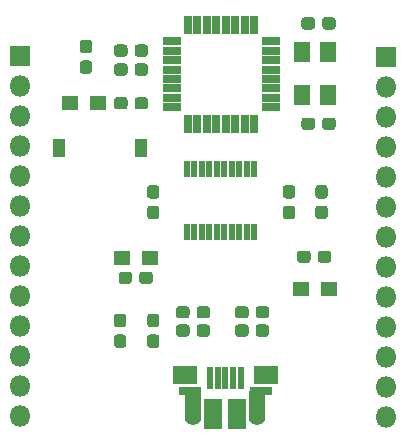
<source format=gbr>
%TF.GenerationSoftware,KiCad,Pcbnew,(5.1.6)-1*%
%TF.CreationDate,2020-07-15T03:05:11-04:00*%
%TF.ProjectId,Arduino Rev 2,41726475-696e-46f2-9052-657620322e6b,rev?*%
%TF.SameCoordinates,Original*%
%TF.FileFunction,Soldermask,Top*%
%TF.FilePolarity,Negative*%
%FSLAX46Y46*%
G04 Gerber Fmt 4.6, Leading zero omitted, Abs format (unit mm)*
G04 Created by KiCad (PCBNEW (5.1.6)-1) date 2020-07-15 03:05:11*
%MOMM*%
%LPD*%
G01*
G04 APERTURE LIST*
%ADD10O,1.800000X1.800000*%
%ADD11R,1.800000X1.800000*%
%ADD12R,1.350000X1.700000*%
%ADD13R,0.550000X1.350000*%
%ADD14R,0.650000X1.600000*%
%ADD15R,1.600000X0.650000*%
%ADD16R,1.100000X1.500000*%
%ADD17R,1.525000X2.600000*%
%ADD18R,1.925000X0.800000*%
%ADD19O,1.400000X3.250000*%
%ADD20R,0.500000X1.850000*%
%ADD21R,2.100000X1.500000*%
%ADD22R,1.350000X1.200000*%
G04 APERTURE END LIST*
D10*
%TO.C,J602*%
X145250000Y-133730000D03*
X145250000Y-131190000D03*
X145250000Y-128650000D03*
X145250000Y-126110000D03*
X145250000Y-123570000D03*
X145250000Y-121030000D03*
X145250000Y-118490000D03*
X145250000Y-115950000D03*
X145250000Y-113410000D03*
X145250000Y-110870000D03*
X145250000Y-108330000D03*
X145250000Y-105790000D03*
D11*
X145250000Y-103250000D03*
%TD*%
D10*
%TO.C,J601*%
X176250000Y-133790000D03*
X176250000Y-131250000D03*
X176250000Y-128710000D03*
X176250000Y-126170000D03*
X176250000Y-123630000D03*
X176250000Y-121090000D03*
X176250000Y-118550000D03*
X176250000Y-116010000D03*
X176250000Y-113470000D03*
X176250000Y-110930000D03*
X176250000Y-108390000D03*
X176250000Y-105850000D03*
D11*
X176250000Y-103310000D03*
%TD*%
%TO.C,C406*%
G36*
G01*
X156237500Y-115925000D02*
X156762500Y-115925000D01*
G75*
G02*
X157025000Y-116187500I0J-262500D01*
G01*
X157025000Y-116812500D01*
G75*
G02*
X156762500Y-117075000I-262500J0D01*
G01*
X156237500Y-117075000D01*
G75*
G02*
X155975000Y-116812500I0J262500D01*
G01*
X155975000Y-116187500D01*
G75*
G02*
X156237500Y-115925000I262500J0D01*
G01*
G37*
G36*
G01*
X156237500Y-114175000D02*
X156762500Y-114175000D01*
G75*
G02*
X157025000Y-114437500I0J-262500D01*
G01*
X157025000Y-115062500D01*
G75*
G02*
X156762500Y-115325000I-262500J0D01*
G01*
X156237500Y-115325000D01*
G75*
G02*
X155975000Y-115062500I0J262500D01*
G01*
X155975000Y-114437500D01*
G75*
G02*
X156237500Y-114175000I262500J0D01*
G01*
G37*
%TD*%
%TO.C,C202*%
G36*
G01*
X154325000Y-104137500D02*
X154325000Y-104662500D01*
G75*
G02*
X154062500Y-104925000I-262500J0D01*
G01*
X153437500Y-104925000D01*
G75*
G02*
X153175000Y-104662500I0J262500D01*
G01*
X153175000Y-104137500D01*
G75*
G02*
X153437500Y-103875000I262500J0D01*
G01*
X154062500Y-103875000D01*
G75*
G02*
X154325000Y-104137500I0J-262500D01*
G01*
G37*
G36*
G01*
X156075000Y-104137500D02*
X156075000Y-104662500D01*
G75*
G02*
X155812500Y-104925000I-262500J0D01*
G01*
X155187500Y-104925000D01*
G75*
G02*
X154925000Y-104662500I0J262500D01*
G01*
X154925000Y-104137500D01*
G75*
G02*
X155187500Y-103875000I262500J0D01*
G01*
X155812500Y-103875000D01*
G75*
G02*
X156075000Y-104137500I0J-262500D01*
G01*
G37*
%TD*%
%TO.C,C201*%
G36*
G01*
X154925000Y-103062500D02*
X154925000Y-102537500D01*
G75*
G02*
X155187500Y-102275000I262500J0D01*
G01*
X155812500Y-102275000D01*
G75*
G02*
X156075000Y-102537500I0J-262500D01*
G01*
X156075000Y-103062500D01*
G75*
G02*
X155812500Y-103325000I-262500J0D01*
G01*
X155187500Y-103325000D01*
G75*
G02*
X154925000Y-103062500I0J262500D01*
G01*
G37*
G36*
G01*
X153175000Y-103062500D02*
X153175000Y-102537500D01*
G75*
G02*
X153437500Y-102275000I262500J0D01*
G01*
X154062500Y-102275000D01*
G75*
G02*
X154325000Y-102537500I0J-262500D01*
G01*
X154325000Y-103062500D01*
G75*
G02*
X154062500Y-103325000I-262500J0D01*
G01*
X153437500Y-103325000D01*
G75*
G02*
X153175000Y-103062500I0J262500D01*
G01*
G37*
%TD*%
D12*
%TO.C,Y301*%
X169080000Y-106590000D03*
X169080000Y-102890000D03*
X171280000Y-102890000D03*
X171280000Y-106590000D03*
%TD*%
D13*
%TO.C,U401*%
X159320000Y-112800000D03*
X159955000Y-112800000D03*
X160590000Y-112800000D03*
X161225000Y-112800000D03*
X165035000Y-112800000D03*
X164400000Y-112800000D03*
X163765000Y-112800000D03*
X163130000Y-112800000D03*
X162495000Y-112800000D03*
X161860000Y-112800000D03*
X165035000Y-118159400D03*
X164400000Y-118159400D03*
X163765000Y-118159400D03*
X163130000Y-118159400D03*
X159320000Y-118159400D03*
X159955000Y-118159400D03*
X160590000Y-118159400D03*
X161225000Y-118159400D03*
X161860000Y-118159400D03*
X162495000Y-118159400D03*
%TD*%
D14*
%TO.C,U201*%
X165050000Y-109000000D03*
X164250000Y-109000000D03*
X163450000Y-109000000D03*
X162650000Y-109000000D03*
X161850000Y-109000000D03*
X161050000Y-109000000D03*
X160250000Y-109000000D03*
X159450000Y-109000000D03*
D15*
X158050000Y-107600000D03*
X158050000Y-106800000D03*
X158050000Y-106000000D03*
X158050000Y-105200000D03*
X158050000Y-104400000D03*
X158050000Y-103600000D03*
X158050000Y-102800000D03*
X158050000Y-102000000D03*
D14*
X159450000Y-100600000D03*
X160250000Y-100600000D03*
X161050000Y-100600000D03*
X161850000Y-100600000D03*
X162650000Y-100600000D03*
X163450000Y-100600000D03*
X164250000Y-100600000D03*
D15*
X166450000Y-102000000D03*
X166450000Y-102800000D03*
X166450000Y-103600000D03*
X166450000Y-104400000D03*
X166450000Y-105200000D03*
X166450000Y-106000000D03*
X166450000Y-106800000D03*
X166450000Y-107600000D03*
D14*
X165050000Y-100600000D03*
%TD*%
D16*
%TO.C,S501*%
X155500000Y-111000000D03*
X148500000Y-111000000D03*
%TD*%
%TO.C,R501*%
G36*
G01*
X154925000Y-107512500D02*
X154925000Y-106987500D01*
G75*
G02*
X155187500Y-106725000I262500J0D01*
G01*
X155812500Y-106725000D01*
G75*
G02*
X156075000Y-106987500I0J-262500D01*
G01*
X156075000Y-107512500D01*
G75*
G02*
X155812500Y-107775000I-262500J0D01*
G01*
X155187500Y-107775000D01*
G75*
G02*
X154925000Y-107512500I0J262500D01*
G01*
G37*
G36*
G01*
X153175000Y-107512500D02*
X153175000Y-106987500D01*
G75*
G02*
X153437500Y-106725000I262500J0D01*
G01*
X154062500Y-106725000D01*
G75*
G02*
X154325000Y-106987500I0J-262500D01*
G01*
X154325000Y-107512500D01*
G75*
G02*
X154062500Y-107775000I-262500J0D01*
G01*
X153437500Y-107775000D01*
G75*
G02*
X153175000Y-107512500I0J262500D01*
G01*
G37*
%TD*%
%TO.C,R403*%
G36*
G01*
X169825000Y-119987500D02*
X169825000Y-120512500D01*
G75*
G02*
X169562500Y-120775000I-262500J0D01*
G01*
X168937500Y-120775000D01*
G75*
G02*
X168675000Y-120512500I0J262500D01*
G01*
X168675000Y-119987500D01*
G75*
G02*
X168937500Y-119725000I262500J0D01*
G01*
X169562500Y-119725000D01*
G75*
G02*
X169825000Y-119987500I0J-262500D01*
G01*
G37*
G36*
G01*
X171575000Y-119987500D02*
X171575000Y-120512500D01*
G75*
G02*
X171312500Y-120775000I-262500J0D01*
G01*
X170687500Y-120775000D01*
G75*
G02*
X170425000Y-120512500I0J262500D01*
G01*
X170425000Y-119987500D01*
G75*
G02*
X170687500Y-119725000I262500J0D01*
G01*
X171312500Y-119725000D01*
G75*
G02*
X171575000Y-119987500I0J-262500D01*
G01*
G37*
%TD*%
%TO.C,R402*%
G36*
G01*
X160175000Y-125212500D02*
X160175000Y-124687500D01*
G75*
G02*
X160437500Y-124425000I262500J0D01*
G01*
X161062500Y-124425000D01*
G75*
G02*
X161325000Y-124687500I0J-262500D01*
G01*
X161325000Y-125212500D01*
G75*
G02*
X161062500Y-125475000I-262500J0D01*
G01*
X160437500Y-125475000D01*
G75*
G02*
X160175000Y-125212500I0J262500D01*
G01*
G37*
G36*
G01*
X158425000Y-125212500D02*
X158425000Y-124687500D01*
G75*
G02*
X158687500Y-124425000I262500J0D01*
G01*
X159312500Y-124425000D01*
G75*
G02*
X159575000Y-124687500I0J-262500D01*
G01*
X159575000Y-125212500D01*
G75*
G02*
X159312500Y-125475000I-262500J0D01*
G01*
X158687500Y-125475000D01*
G75*
G02*
X158425000Y-125212500I0J262500D01*
G01*
G37*
%TD*%
%TO.C,R401*%
G36*
G01*
X164575000Y-124687500D02*
X164575000Y-125212500D01*
G75*
G02*
X164312500Y-125475000I-262500J0D01*
G01*
X163687500Y-125475000D01*
G75*
G02*
X163425000Y-125212500I0J262500D01*
G01*
X163425000Y-124687500D01*
G75*
G02*
X163687500Y-124425000I262500J0D01*
G01*
X164312500Y-124425000D01*
G75*
G02*
X164575000Y-124687500I0J-262500D01*
G01*
G37*
G36*
G01*
X166325000Y-124687500D02*
X166325000Y-125212500D01*
G75*
G02*
X166062500Y-125475000I-262500J0D01*
G01*
X165437500Y-125475000D01*
G75*
G02*
X165175000Y-125212500I0J262500D01*
G01*
X165175000Y-124687500D01*
G75*
G02*
X165437500Y-124425000I262500J0D01*
G01*
X166062500Y-124425000D01*
G75*
G02*
X166325000Y-124687500I0J-262500D01*
G01*
G37*
%TD*%
%TO.C,R202*%
G36*
G01*
X150537500Y-103625000D02*
X151062500Y-103625000D01*
G75*
G02*
X151325000Y-103887500I0J-262500D01*
G01*
X151325000Y-104512500D01*
G75*
G02*
X151062500Y-104775000I-262500J0D01*
G01*
X150537500Y-104775000D01*
G75*
G02*
X150275000Y-104512500I0J262500D01*
G01*
X150275000Y-103887500D01*
G75*
G02*
X150537500Y-103625000I262500J0D01*
G01*
G37*
G36*
G01*
X150537500Y-101875000D02*
X151062500Y-101875000D01*
G75*
G02*
X151325000Y-102137500I0J-262500D01*
G01*
X151325000Y-102762500D01*
G75*
G02*
X151062500Y-103025000I-262500J0D01*
G01*
X150537500Y-103025000D01*
G75*
G02*
X150275000Y-102762500I0J262500D01*
G01*
X150275000Y-102137500D01*
G75*
G02*
X150537500Y-101875000I262500J0D01*
G01*
G37*
%TD*%
%TO.C,R201*%
G36*
G01*
X155315000Y-122302500D02*
X155315000Y-121777500D01*
G75*
G02*
X155577500Y-121515000I262500J0D01*
G01*
X156202500Y-121515000D01*
G75*
G02*
X156465000Y-121777500I0J-262500D01*
G01*
X156465000Y-122302500D01*
G75*
G02*
X156202500Y-122565000I-262500J0D01*
G01*
X155577500Y-122565000D01*
G75*
G02*
X155315000Y-122302500I0J262500D01*
G01*
G37*
G36*
G01*
X153565000Y-122302500D02*
X153565000Y-121777500D01*
G75*
G02*
X153827500Y-121515000I262500J0D01*
G01*
X154452500Y-121515000D01*
G75*
G02*
X154715000Y-121777500I0J-262500D01*
G01*
X154715000Y-122302500D01*
G75*
G02*
X154452500Y-122565000I-262500J0D01*
G01*
X153827500Y-122565000D01*
G75*
G02*
X153565000Y-122302500I0J262500D01*
G01*
G37*
%TD*%
D17*
%TO.C,J401*%
X161600000Y-133575000D03*
D18*
X165590000Y-131615000D03*
D19*
X165325000Y-132845000D03*
D20*
X163900000Y-130500000D03*
X163250000Y-130500000D03*
X162600000Y-130500000D03*
X161950000Y-130500000D03*
D21*
X166025000Y-130295000D03*
D20*
X161300000Y-130500000D03*
D21*
X159175000Y-130295000D03*
D19*
X159875000Y-132845000D03*
D18*
X159610000Y-131615000D03*
D17*
X163600000Y-133575000D03*
%TD*%
%TO.C,FB401*%
G36*
G01*
X156237500Y-126825000D02*
X156762500Y-126825000D01*
G75*
G02*
X157025000Y-127087500I0J-262500D01*
G01*
X157025000Y-127712500D01*
G75*
G02*
X156762500Y-127975000I-262500J0D01*
G01*
X156237500Y-127975000D01*
G75*
G02*
X155975000Y-127712500I0J262500D01*
G01*
X155975000Y-127087500D01*
G75*
G02*
X156237500Y-126825000I262500J0D01*
G01*
G37*
G36*
G01*
X156237500Y-125075000D02*
X156762500Y-125075000D01*
G75*
G02*
X157025000Y-125337500I0J-262500D01*
G01*
X157025000Y-125962500D01*
G75*
G02*
X156762500Y-126225000I-262500J0D01*
G01*
X156237500Y-126225000D01*
G75*
G02*
X155975000Y-125962500I0J262500D01*
G01*
X155975000Y-125337500D01*
G75*
G02*
X156237500Y-125075000I262500J0D01*
G01*
G37*
%TD*%
D22*
%TO.C,D401*%
X169000000Y-123000000D03*
X171350000Y-123000000D03*
%TD*%
%TO.C,D202*%
X151810000Y-107250000D03*
X149460000Y-107250000D03*
%TD*%
%TO.C,D201*%
X156190000Y-120360000D03*
X153840000Y-120360000D03*
%TD*%
%TO.C,C405*%
G36*
G01*
X167737500Y-115925000D02*
X168262500Y-115925000D01*
G75*
G02*
X168525000Y-116187500I0J-262500D01*
G01*
X168525000Y-116812500D01*
G75*
G02*
X168262500Y-117075000I-262500J0D01*
G01*
X167737500Y-117075000D01*
G75*
G02*
X167475000Y-116812500I0J262500D01*
G01*
X167475000Y-116187500D01*
G75*
G02*
X167737500Y-115925000I262500J0D01*
G01*
G37*
G36*
G01*
X167737500Y-114175000D02*
X168262500Y-114175000D01*
G75*
G02*
X168525000Y-114437500I0J-262500D01*
G01*
X168525000Y-115062500D01*
G75*
G02*
X168262500Y-115325000I-262500J0D01*
G01*
X167737500Y-115325000D01*
G75*
G02*
X167475000Y-115062500I0J262500D01*
G01*
X167475000Y-114437500D01*
G75*
G02*
X167737500Y-114175000I262500J0D01*
G01*
G37*
%TD*%
%TO.C,C404*%
G36*
G01*
X170487500Y-115925000D02*
X171012500Y-115925000D01*
G75*
G02*
X171275000Y-116187500I0J-262500D01*
G01*
X171275000Y-116812500D01*
G75*
G02*
X171012500Y-117075000I-262500J0D01*
G01*
X170487500Y-117075000D01*
G75*
G02*
X170225000Y-116812500I0J262500D01*
G01*
X170225000Y-116187500D01*
G75*
G02*
X170487500Y-115925000I262500J0D01*
G01*
G37*
G36*
G01*
X170487500Y-114175000D02*
X171012500Y-114175000D01*
G75*
G02*
X171275000Y-114437500I0J-262500D01*
G01*
X171275000Y-115062500D01*
G75*
G02*
X171012500Y-115325000I-262500J0D01*
G01*
X170487500Y-115325000D01*
G75*
G02*
X170225000Y-115062500I0J262500D01*
G01*
X170225000Y-114437500D01*
G75*
G02*
X170487500Y-114175000I262500J0D01*
G01*
G37*
%TD*%
%TO.C,C403*%
G36*
G01*
X159575000Y-126237500D02*
X159575000Y-126762500D01*
G75*
G02*
X159312500Y-127025000I-262500J0D01*
G01*
X158687500Y-127025000D01*
G75*
G02*
X158425000Y-126762500I0J262500D01*
G01*
X158425000Y-126237500D01*
G75*
G02*
X158687500Y-125975000I262500J0D01*
G01*
X159312500Y-125975000D01*
G75*
G02*
X159575000Y-126237500I0J-262500D01*
G01*
G37*
G36*
G01*
X161325000Y-126237500D02*
X161325000Y-126762500D01*
G75*
G02*
X161062500Y-127025000I-262500J0D01*
G01*
X160437500Y-127025000D01*
G75*
G02*
X160175000Y-126762500I0J262500D01*
G01*
X160175000Y-126237500D01*
G75*
G02*
X160437500Y-125975000I262500J0D01*
G01*
X161062500Y-125975000D01*
G75*
G02*
X161325000Y-126237500I0J-262500D01*
G01*
G37*
%TD*%
%TO.C,C402*%
G36*
G01*
X165175000Y-126762500D02*
X165175000Y-126237500D01*
G75*
G02*
X165437500Y-125975000I262500J0D01*
G01*
X166062500Y-125975000D01*
G75*
G02*
X166325000Y-126237500I0J-262500D01*
G01*
X166325000Y-126762500D01*
G75*
G02*
X166062500Y-127025000I-262500J0D01*
G01*
X165437500Y-127025000D01*
G75*
G02*
X165175000Y-126762500I0J262500D01*
G01*
G37*
G36*
G01*
X163425000Y-126762500D02*
X163425000Y-126237500D01*
G75*
G02*
X163687500Y-125975000I262500J0D01*
G01*
X164312500Y-125975000D01*
G75*
G02*
X164575000Y-126237500I0J-262500D01*
G01*
X164575000Y-126762500D01*
G75*
G02*
X164312500Y-127025000I-262500J0D01*
G01*
X163687500Y-127025000D01*
G75*
G02*
X163425000Y-126762500I0J262500D01*
G01*
G37*
%TD*%
%TO.C,C401*%
G36*
G01*
X153437500Y-126825000D02*
X153962500Y-126825000D01*
G75*
G02*
X154225000Y-127087500I0J-262500D01*
G01*
X154225000Y-127712500D01*
G75*
G02*
X153962500Y-127975000I-262500J0D01*
G01*
X153437500Y-127975000D01*
G75*
G02*
X153175000Y-127712500I0J262500D01*
G01*
X153175000Y-127087500D01*
G75*
G02*
X153437500Y-126825000I262500J0D01*
G01*
G37*
G36*
G01*
X153437500Y-125075000D02*
X153962500Y-125075000D01*
G75*
G02*
X154225000Y-125337500I0J-262500D01*
G01*
X154225000Y-125962500D01*
G75*
G02*
X153962500Y-126225000I-262500J0D01*
G01*
X153437500Y-126225000D01*
G75*
G02*
X153175000Y-125962500I0J262500D01*
G01*
X153175000Y-125337500D01*
G75*
G02*
X153437500Y-125075000I262500J0D01*
G01*
G37*
%TD*%
%TO.C,C302*%
G36*
G01*
X170805000Y-100752500D02*
X170805000Y-100227500D01*
G75*
G02*
X171067500Y-99965000I262500J0D01*
G01*
X171692500Y-99965000D01*
G75*
G02*
X171955000Y-100227500I0J-262500D01*
G01*
X171955000Y-100752500D01*
G75*
G02*
X171692500Y-101015000I-262500J0D01*
G01*
X171067500Y-101015000D01*
G75*
G02*
X170805000Y-100752500I0J262500D01*
G01*
G37*
G36*
G01*
X169055000Y-100752500D02*
X169055000Y-100227500D01*
G75*
G02*
X169317500Y-99965000I262500J0D01*
G01*
X169942500Y-99965000D01*
G75*
G02*
X170205000Y-100227500I0J-262500D01*
G01*
X170205000Y-100752500D01*
G75*
G02*
X169942500Y-101015000I-262500J0D01*
G01*
X169317500Y-101015000D01*
G75*
G02*
X169055000Y-100752500I0J262500D01*
G01*
G37*
%TD*%
%TO.C,C301*%
G36*
G01*
X170205000Y-108727500D02*
X170205000Y-109252500D01*
G75*
G02*
X169942500Y-109515000I-262500J0D01*
G01*
X169317500Y-109515000D01*
G75*
G02*
X169055000Y-109252500I0J262500D01*
G01*
X169055000Y-108727500D01*
G75*
G02*
X169317500Y-108465000I262500J0D01*
G01*
X169942500Y-108465000D01*
G75*
G02*
X170205000Y-108727500I0J-262500D01*
G01*
G37*
G36*
G01*
X171955000Y-108727500D02*
X171955000Y-109252500D01*
G75*
G02*
X171692500Y-109515000I-262500J0D01*
G01*
X171067500Y-109515000D01*
G75*
G02*
X170805000Y-109252500I0J262500D01*
G01*
X170805000Y-108727500D01*
G75*
G02*
X171067500Y-108465000I262500J0D01*
G01*
X171692500Y-108465000D01*
G75*
G02*
X171955000Y-108727500I0J-262500D01*
G01*
G37*
%TD*%
M02*

</source>
